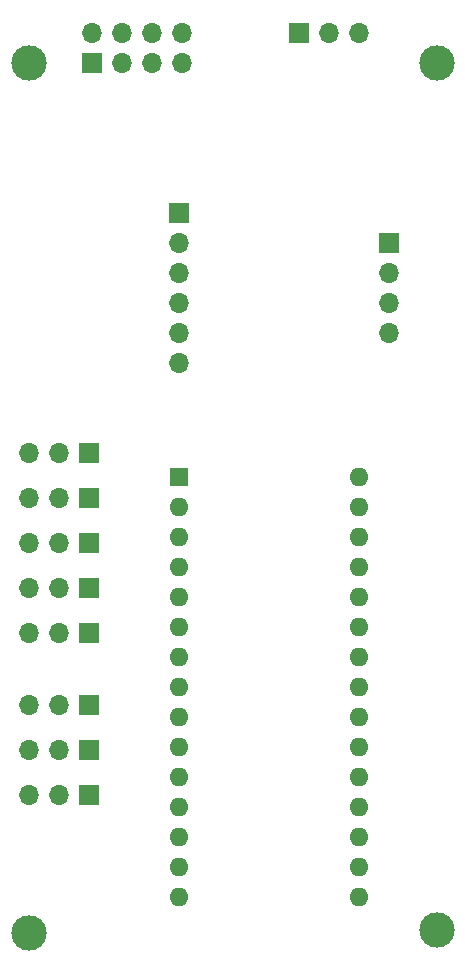
<source format=gts>
%TF.GenerationSoftware,KiCad,Pcbnew,8.0.5-1.fc40*%
%TF.CreationDate,2024-11-02T20:46:04+01:00*%
%TF.ProjectId,PlaneController,506c616e-6543-46f6-9e74-726f6c6c6572,rev?*%
%TF.SameCoordinates,Original*%
%TF.FileFunction,Soldermask,Top*%
%TF.FilePolarity,Negative*%
%FSLAX46Y46*%
G04 Gerber Fmt 4.6, Leading zero omitted, Abs format (unit mm)*
G04 Created by KiCad (PCBNEW 8.0.5-1.fc40) date 2024-11-02 20:46:04*
%MOMM*%
%LPD*%
G01*
G04 APERTURE LIST*
%ADD10R,1.700000X1.700000*%
%ADD11O,1.700000X1.700000*%
%ADD12R,1.600000X1.600000*%
%ADD13O,1.600000X1.600000*%
%ADD14C,3.000000*%
G04 APERTURE END LIST*
D10*
%TO.C,J7*%
X96520000Y-94996000D03*
D11*
X93980000Y-94996000D03*
X91440000Y-94996000D03*
%TD*%
D12*
%TO.C,A1*%
X104150000Y-68072000D03*
D13*
X104150000Y-70612000D03*
X104150000Y-73152000D03*
X104150000Y-75692000D03*
X104150000Y-78232000D03*
X104150000Y-80772000D03*
X104150000Y-83312000D03*
X104150000Y-85852000D03*
X104150000Y-88392000D03*
X104150000Y-90932000D03*
X104150000Y-93472000D03*
X104150000Y-96012000D03*
X104150000Y-98552000D03*
X104150000Y-101092000D03*
X104150000Y-103632000D03*
X119390000Y-103632000D03*
X119390000Y-101092000D03*
X119390000Y-98552000D03*
X119390000Y-96012000D03*
X119390000Y-93472000D03*
X119390000Y-90932000D03*
X119390000Y-88392000D03*
X119390000Y-85852000D03*
X119390000Y-83312000D03*
X119390000Y-80772000D03*
X119390000Y-78232000D03*
X119390000Y-75692000D03*
X119390000Y-73152000D03*
X119390000Y-70612000D03*
X119390000Y-68072000D03*
%TD*%
D10*
%TO.C,J2*%
X121920000Y-48260000D03*
D11*
X121920000Y-50800000D03*
X121920000Y-53340000D03*
X121920000Y-55880000D03*
%TD*%
D14*
%TO.C,H2*%
X91440000Y-33020000D03*
%TD*%
%TO.C,H3*%
X91440000Y-106680000D03*
%TD*%
D10*
%TO.C,J5*%
X96520000Y-87376000D03*
D11*
X93980000Y-87376000D03*
X91440000Y-87376000D03*
%TD*%
D10*
%TO.C,M2*%
X96520000Y-69850000D03*
D11*
X93980000Y-69850000D03*
X91440000Y-69850000D03*
%TD*%
D10*
%TO.C,M1*%
X96520000Y-66040000D03*
D11*
X93980000Y-66040000D03*
X91440000Y-66040000D03*
%TD*%
D10*
%TO.C,M3*%
X96520000Y-73660000D03*
D11*
X93980000Y-73660000D03*
X91440000Y-73660000D03*
%TD*%
D10*
%TO.C,M5*%
X96505000Y-81280000D03*
D11*
X93965000Y-81280000D03*
X91425000Y-81280000D03*
%TD*%
D10*
%TO.C,J6*%
X96520000Y-91186000D03*
D11*
X93980000Y-91186000D03*
X91440000Y-91186000D03*
%TD*%
D10*
%TO.C,M4*%
X96520000Y-77470000D03*
D11*
X93980000Y-77470000D03*
X91440000Y-77470000D03*
%TD*%
D14*
%TO.C,H1*%
X125984000Y-33020000D03*
%TD*%
%TO.C,H4*%
X125984000Y-106426000D03*
%TD*%
D10*
%TO.C,J3*%
X114300000Y-30480000D03*
D11*
X116840000Y-30480000D03*
X119380000Y-30480000D03*
%TD*%
D10*
%TO.C,J1*%
X104140000Y-45720000D03*
D11*
X104140000Y-48260000D03*
X104140000Y-50800000D03*
X104140000Y-53340000D03*
X104140000Y-55880000D03*
X104140000Y-58420000D03*
%TD*%
D10*
%TO.C,J4*%
X96774000Y-33020000D03*
D11*
X96774000Y-30480000D03*
X99314000Y-33020000D03*
X99314000Y-30480000D03*
X101854000Y-33020000D03*
X101854000Y-30480000D03*
X104394000Y-33020000D03*
X104394000Y-30480000D03*
%TD*%
M02*

</source>
